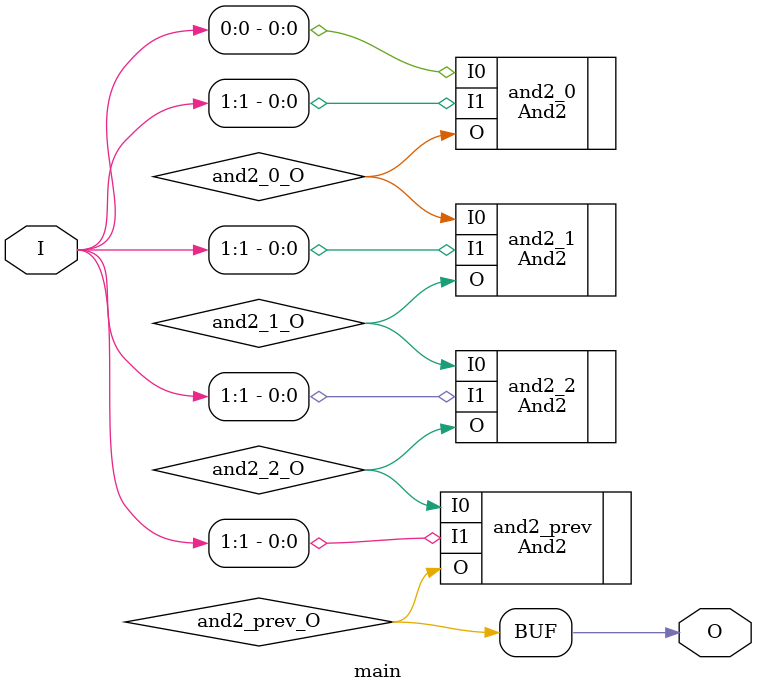
<source format=v>
module main (input [1:0] I, output  O);
wire  and2_0_O;
wire  and2_1_O;
wire  and2_2_O;
wire  and2_prev_O;
// Instanced at tests/test_circuit/test_define.py:61
// Argument I0(I[0]) wired at tests/test_circuit/test_define.py:63
// Argument I1(I[1]) wired at tests/test_circuit/test_define.py:64
// Argument O(and2_0_O) wired at tests/test_circuit/test_define.py:66
And2 and2_0 (.I0(I[0]), .I1(I[1]), .O(and2_0_O));
// Instanced at tests/test_circuit/test_define.py:61
// Argument I0(and2_0_O) wired at tests/test_circuit/test_define.py:66
// Argument I1(I[1]) wired at tests/test_circuit/test_define.py:67
// Argument O(and2_1_O) wired at tests/test_circuit/test_define.py:66
And2 and2_1 (.I0(and2_0_O), .I1(I[1]), .O(and2_1_O));
// Instanced at tests/test_circuit/test_define.py:61
// Argument I0(and2_1_O) wired at tests/test_circuit/test_define.py:66
// Argument I1(I[1]) wired at tests/test_circuit/test_define.py:67
// Argument O(and2_2_O) wired at tests/test_circuit/test_define.py:66
And2 and2_2 (.I0(and2_1_O), .I1(I[1]), .O(and2_2_O));
// Instanced at tests/test_circuit/test_define.py:61
// Argument I0(and2_2_O) wired at tests/test_circuit/test_define.py:66
// Argument I1(I[1]) wired at tests/test_circuit/test_define.py:67
// Argument O(and2_prev_O) wired at tests/test_circuit/test_define.py:70
And2 and2_prev (.I0(and2_2_O), .I1(I[1]), .O(and2_prev_O));
// Wired at tests/test_circuit/test_define.py:70
assign O = and2_prev_O;
endmodule


</source>
